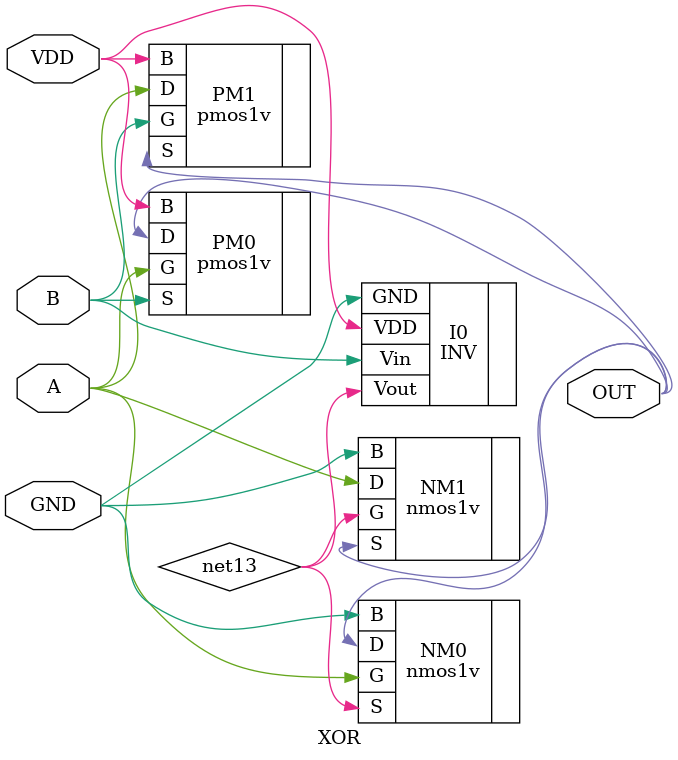
<source format=v>

module XOR (
A,B,VDD,GND,OUT );
input  A;
input  B;
input  VDD;
input  GND;
output  OUT;
wire VDD;
wire net13;
wire A;
wire OUT;
wire B;
wire GND;

nmos1v    
 NM1  ( .S( OUT ), .G( net13 ), .B( GND ), .D( A ) );

nmos1v    
 NM0  ( .S( net13 ), .G( A ), .B( GND ), .D( OUT ) );

pmos1v    
 PM1  ( .S( OUT ), .G( B ), .B( VDD ), .D( A ) );

pmos1v    
 PM0  ( .S( B ), .G( A ), .B( VDD ), .D( OUT ) );

INV    
 I0  ( .VDD( VDD ), .Vin( B ), .Vout( net13 ), .GND( GND ) );

endmodule


</source>
